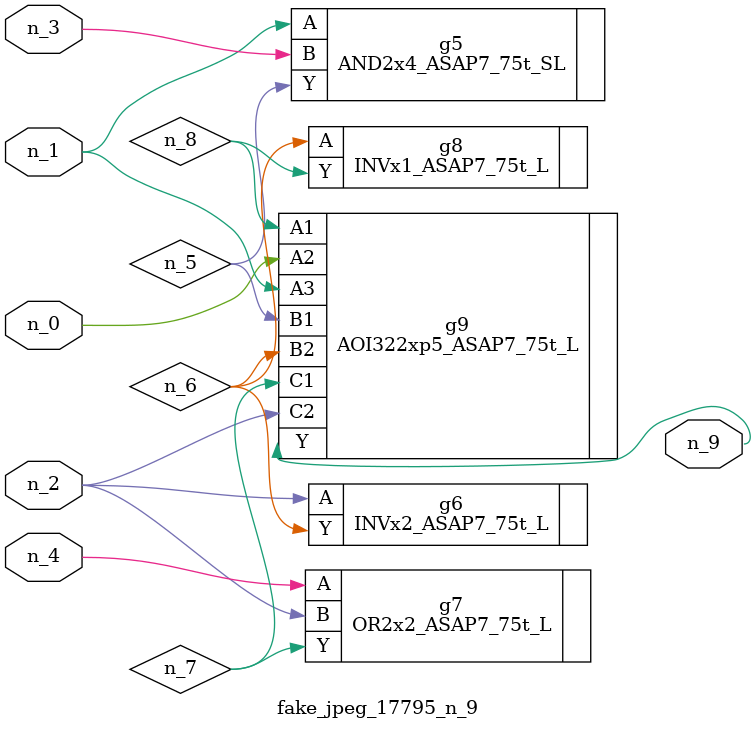
<source format=v>
module fake_jpeg_17795_n_9 (n_3, n_2, n_1, n_0, n_4, n_9);

input n_3;
input n_2;
input n_1;
input n_0;
input n_4;

output n_9;

wire n_8;
wire n_6;
wire n_5;
wire n_7;

AND2x4_ASAP7_75t_SL g5 ( 
.A(n_1),
.B(n_3),
.Y(n_5)
);

INVx2_ASAP7_75t_L g6 ( 
.A(n_2),
.Y(n_6)
);

OR2x2_ASAP7_75t_L g7 ( 
.A(n_4),
.B(n_2),
.Y(n_7)
);

INVx1_ASAP7_75t_L g8 ( 
.A(n_6),
.Y(n_8)
);

AOI322xp5_ASAP7_75t_L g9 ( 
.A1(n_8),
.A2(n_0),
.A3(n_1),
.B1(n_5),
.B2(n_6),
.C1(n_7),
.C2(n_2),
.Y(n_9)
);


endmodule
</source>
